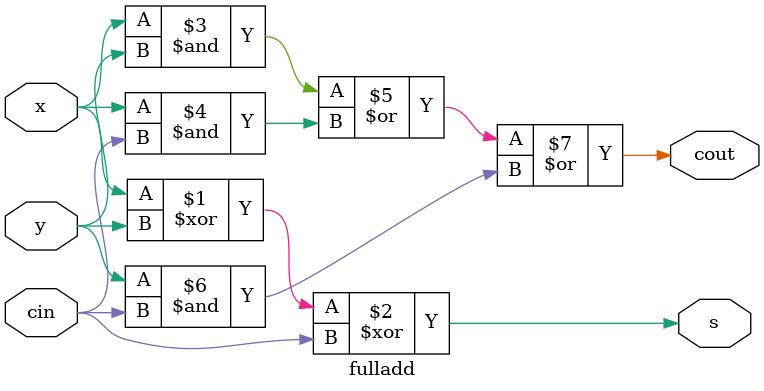
<source format=v>
module adder4 (carryin, x, y, sum, carryout);
	input carryin;
	input [3:0] x, y;
	output [3:0] sum;
	output carryout;
	wire c1, c2, c3;
	fulladd stage0 (carryin, x[0], y[0], sum[0], c1);
	fulladd stage1 (carryin, x[1], y[1], sum[1], c2);
	fulladd stage2 (carryin, x[2], y[2], sum[2], c3);
	fulladd stage3 (carryin, x[3], y[3], sum[3], carryout);
endmodule

module fulladd (cin, x, y, s, cout);
	input cin, x, y;
	output s, cout;
	assign s = x^y^cin;
	assign cout = (x & y) | (x & cin) | (y & cin);
endmodule

</source>
